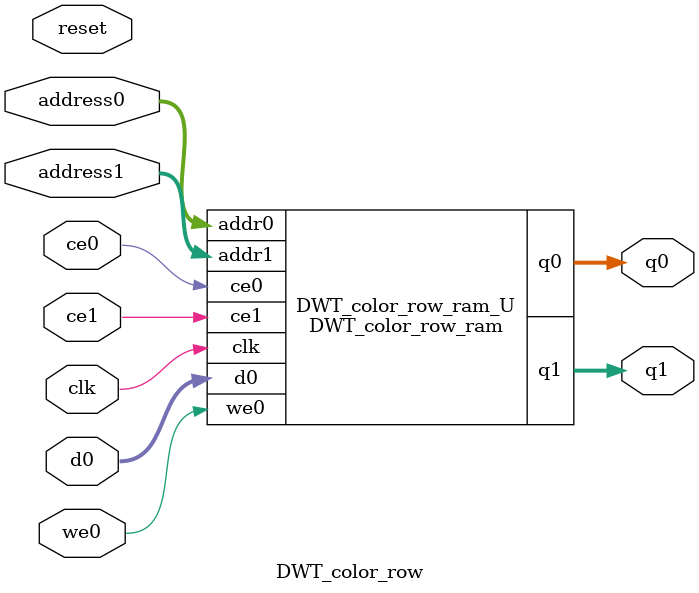
<source format=v>
`timescale 1 ns / 1 ps
module DWT_color_row_ram (addr0, ce0, d0, we0, q0, addr1, ce1, q1,  clk);

parameter DWIDTH = 32;
parameter AWIDTH = 8;
parameter MEM_SIZE = 160;

input[AWIDTH-1:0] addr0;
input ce0;
input[DWIDTH-1:0] d0;
input we0;
output reg[DWIDTH-1:0] q0;
input[AWIDTH-1:0] addr1;
input ce1;
output reg[DWIDTH-1:0] q1;
input clk;

(* ram_style = "block" *)reg [DWIDTH-1:0] ram[0:MEM_SIZE-1];




always @(posedge clk)  
begin 
    if (ce0) 
    begin
        if (we0) 
        begin 
            ram[addr0] <= d0; 
        end 
        q0 <= ram[addr0];
    end
end


always @(posedge clk)  
begin 
    if (ce1) 
    begin
        q1 <= ram[addr1];
    end
end


endmodule

`timescale 1 ns / 1 ps
module DWT_color_row(
    reset,
    clk,
    address0,
    ce0,
    we0,
    d0,
    q0,
    address1,
    ce1,
    q1);

parameter DataWidth = 32'd32;
parameter AddressRange = 32'd160;
parameter AddressWidth = 32'd8;
input reset;
input clk;
input[AddressWidth - 1:0] address0;
input ce0;
input we0;
input[DataWidth - 1:0] d0;
output[DataWidth - 1:0] q0;
input[AddressWidth - 1:0] address1;
input ce1;
output[DataWidth - 1:0] q1;



DWT_color_row_ram DWT_color_row_ram_U(
    .clk( clk ),
    .addr0( address0 ),
    .ce0( ce0 ),
    .we0( we0 ),
    .d0( d0 ),
    .q0( q0 ),
    .addr1( address1 ),
    .ce1( ce1 ),
    .q1( q1 ));

endmodule


</source>
